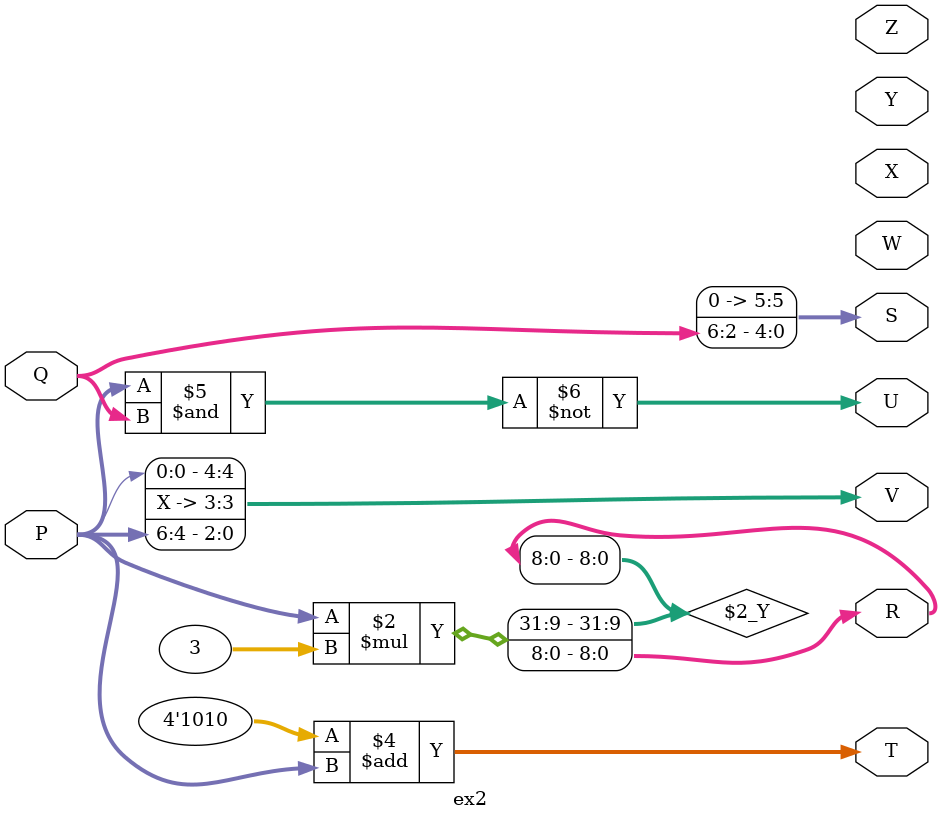
<source format=sv>
module ex2 (
    input[6:0] P,input[6:0] Q,
    output reg [8:0] R,
    output reg [5:0] S,
    output reg [7:0] T,
    output reg [6:0] U,
    output reg [4:0] V,
    output reg [5:0] W,
    output reg [6:0] X,
    output Y,
    output Z
);
    
    always @(*) begin
        R = P*3;
        S = Q >> 2;
        T = 4'b1010+P;
        U = P~&Q;
        V = {P[2:0],P[7:2]}>>2;
    end
endmodule
</source>
